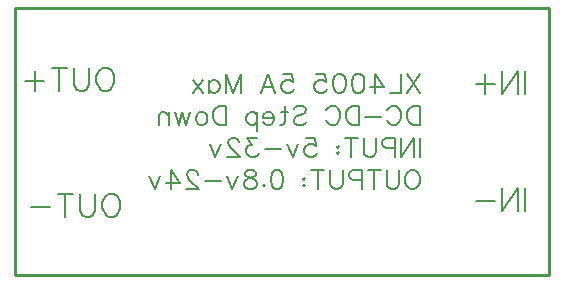
<source format=gbo>
G04 Layer: BottomSilkscreenLayer*
G04 EasyEDA v6.5.38, 2023-11-23 17:22:46*
G04 1afb102ce3c94d729b8c5533a6be374a,15c74d7bfa284007874df21313af148a,10*
G04 Gerber Generator version 0.2*
G04 Scale: 100 percent, Rotated: No, Reflected: No *
G04 Dimensions in millimeters *
G04 leading zeros omitted , absolute positions ,4 integer and 5 decimal *
%FSLAX45Y45*%
%MOMM*%

%ADD10C,0.2032*%
%ADD11C,0.2540*%

%LPD*%
D10*
X3468400Y1771500D02*
G01*
X3360196Y1609194D01*
X3360196Y1771500D02*
G01*
X3468400Y1609194D01*
X3309142Y1771500D02*
G01*
X3309142Y1609194D01*
X3309142Y1609194D02*
G01*
X3216432Y1609194D01*
X3088162Y1771500D02*
G01*
X3165378Y1663296D01*
X3049554Y1663296D01*
X3088162Y1771500D02*
G01*
X3088162Y1609194D01*
X2952272Y1771500D02*
G01*
X2975386Y1763880D01*
X2990880Y1740512D01*
X2998500Y1701904D01*
X2998500Y1678790D01*
X2990880Y1640182D01*
X2975386Y1617068D01*
X2952272Y1609194D01*
X2936778Y1609194D01*
X2913664Y1617068D01*
X2898170Y1640182D01*
X2890296Y1678790D01*
X2890296Y1701904D01*
X2898170Y1740512D01*
X2913664Y1763880D01*
X2936778Y1771500D01*
X2952272Y1771500D01*
X2793014Y1771500D02*
G01*
X2816128Y1763880D01*
X2831622Y1740512D01*
X2839496Y1701904D01*
X2839496Y1678790D01*
X2831622Y1640182D01*
X2816128Y1617068D01*
X2793014Y1609194D01*
X2777520Y1609194D01*
X2754406Y1617068D01*
X2738912Y1640182D01*
X2731292Y1678790D01*
X2731292Y1701904D01*
X2738912Y1740512D01*
X2754406Y1763880D01*
X2777520Y1771500D01*
X2793014Y1771500D01*
X2587528Y1771500D02*
G01*
X2664744Y1771500D01*
X2672618Y1701904D01*
X2664744Y1709778D01*
X2641630Y1717398D01*
X2618516Y1717398D01*
X2595148Y1709778D01*
X2579654Y1694284D01*
X2572034Y1671170D01*
X2572034Y1655676D01*
X2579654Y1632308D01*
X2595148Y1617068D01*
X2618516Y1609194D01*
X2641630Y1609194D01*
X2664744Y1617068D01*
X2672618Y1624688D01*
X2680238Y1640182D01*
X2309398Y1771500D02*
G01*
X2386614Y1771500D01*
X2394234Y1701904D01*
X2386614Y1709778D01*
X2363500Y1717398D01*
X2340132Y1717398D01*
X2317018Y1709778D01*
X2301524Y1694284D01*
X2293904Y1671170D01*
X2293904Y1655676D01*
X2301524Y1632308D01*
X2317018Y1617068D01*
X2340132Y1609194D01*
X2363500Y1609194D01*
X2386614Y1617068D01*
X2394234Y1624688D01*
X2402108Y1640182D01*
X2181128Y1771500D02*
G01*
X2242850Y1609194D01*
X2181128Y1771500D02*
G01*
X2119152Y1609194D01*
X2219736Y1663296D02*
G01*
X2142520Y1663296D01*
X1949226Y1771500D02*
G01*
X1949226Y1609194D01*
X1949226Y1771500D02*
G01*
X1887504Y1609194D01*
X1825528Y1771500D02*
G01*
X1887504Y1609194D01*
X1825528Y1771500D02*
G01*
X1825528Y1609194D01*
X1681764Y1717398D02*
G01*
X1681764Y1609194D01*
X1681764Y1694284D02*
G01*
X1697258Y1709778D01*
X1712752Y1717398D01*
X1735866Y1717398D01*
X1751360Y1709778D01*
X1766854Y1694284D01*
X1774474Y1671170D01*
X1774474Y1655676D01*
X1766854Y1632308D01*
X1751360Y1617068D01*
X1735866Y1609194D01*
X1712752Y1609194D01*
X1697258Y1617068D01*
X1681764Y1632308D01*
X1630964Y1717398D02*
G01*
X1545874Y1609194D01*
X1545874Y1717398D02*
G01*
X1630964Y1609194D01*
X3468400Y1499974D02*
G01*
X3468400Y1337668D01*
X3468400Y1499974D02*
G01*
X3414298Y1499974D01*
X3391184Y1492100D01*
X3375690Y1476860D01*
X3368070Y1461366D01*
X3360196Y1437998D01*
X3360196Y1399390D01*
X3368070Y1376276D01*
X3375690Y1360782D01*
X3391184Y1345288D01*
X3414298Y1337668D01*
X3468400Y1337668D01*
X3193318Y1461366D02*
G01*
X3200938Y1476860D01*
X3216432Y1492100D01*
X3231926Y1499974D01*
X3262914Y1499974D01*
X3278408Y1492100D01*
X3293648Y1476860D01*
X3301522Y1461366D01*
X3309142Y1437998D01*
X3309142Y1399390D01*
X3301522Y1376276D01*
X3293648Y1360782D01*
X3278408Y1345288D01*
X3262914Y1337668D01*
X3231926Y1337668D01*
X3216432Y1345288D01*
X3200938Y1360782D01*
X3193318Y1376276D01*
X3142264Y1407264D02*
G01*
X3003326Y1407264D01*
X2952272Y1499974D02*
G01*
X2952272Y1337668D01*
X2952272Y1499974D02*
G01*
X2898170Y1499974D01*
X2875056Y1492100D01*
X2859562Y1476860D01*
X2851688Y1461366D01*
X2844068Y1437998D01*
X2844068Y1399390D01*
X2851688Y1376276D01*
X2859562Y1360782D01*
X2875056Y1345288D01*
X2898170Y1337668D01*
X2952272Y1337668D01*
X2677190Y1461366D02*
G01*
X2684810Y1476860D01*
X2700304Y1492100D01*
X2715798Y1499974D01*
X2746786Y1499974D01*
X2762026Y1492100D01*
X2777520Y1476860D01*
X2785394Y1461366D01*
X2793014Y1437998D01*
X2793014Y1399390D01*
X2785394Y1376276D01*
X2777520Y1360782D01*
X2762026Y1345288D01*
X2746786Y1337668D01*
X2715798Y1337668D01*
X2700304Y1345288D01*
X2684810Y1360782D01*
X2677190Y1376276D01*
X2399060Y1476860D02*
G01*
X2414300Y1492100D01*
X2437668Y1499974D01*
X2468402Y1499974D01*
X2491770Y1492100D01*
X2507010Y1476860D01*
X2507010Y1461366D01*
X2499390Y1445872D01*
X2491770Y1437998D01*
X2476276Y1430378D01*
X2429794Y1414884D01*
X2414300Y1407264D01*
X2406680Y1399390D01*
X2399060Y1383896D01*
X2399060Y1360782D01*
X2414300Y1345288D01*
X2437668Y1337668D01*
X2468402Y1337668D01*
X2491770Y1345288D01*
X2507010Y1360782D01*
X2324892Y1499974D02*
G01*
X2324892Y1368656D01*
X2317018Y1345288D01*
X2301524Y1337668D01*
X2286030Y1337668D01*
X2348006Y1445872D02*
G01*
X2293904Y1445872D01*
X2235230Y1399390D02*
G01*
X2142520Y1399390D01*
X2142520Y1414884D01*
X2150140Y1430378D01*
X2157760Y1437998D01*
X2173254Y1445872D01*
X2196368Y1445872D01*
X2211862Y1437998D01*
X2227356Y1422758D01*
X2235230Y1399390D01*
X2235230Y1383896D01*
X2227356Y1360782D01*
X2211862Y1345288D01*
X2196368Y1337668D01*
X2173254Y1337668D01*
X2157760Y1345288D01*
X2142520Y1360782D01*
X2091466Y1445872D02*
G01*
X2091466Y1283566D01*
X2091466Y1422758D02*
G01*
X2075972Y1437998D01*
X2060478Y1445872D01*
X2037364Y1445872D01*
X2021870Y1437998D01*
X2006376Y1422758D01*
X1998756Y1399390D01*
X1998756Y1383896D01*
X2006376Y1360782D01*
X2021870Y1345288D01*
X2037364Y1337668D01*
X2060478Y1337668D01*
X2075972Y1345288D01*
X2091466Y1360782D01*
X1828576Y1499974D02*
G01*
X1828576Y1337668D01*
X1828576Y1499974D02*
G01*
X1774474Y1499974D01*
X1751360Y1492100D01*
X1735866Y1476860D01*
X1728246Y1461366D01*
X1720372Y1437998D01*
X1720372Y1399390D01*
X1728246Y1376276D01*
X1735866Y1360782D01*
X1751360Y1345288D01*
X1774474Y1337668D01*
X1828576Y1337668D01*
X1630964Y1445872D02*
G01*
X1646204Y1437998D01*
X1661698Y1422758D01*
X1669572Y1399390D01*
X1669572Y1383896D01*
X1661698Y1360782D01*
X1646204Y1345288D01*
X1630964Y1337668D01*
X1607596Y1337668D01*
X1592102Y1345288D01*
X1576862Y1360782D01*
X1568988Y1383896D01*
X1568988Y1399390D01*
X1576862Y1422758D01*
X1592102Y1437998D01*
X1607596Y1445872D01*
X1630964Y1445872D01*
X1517934Y1445872D02*
G01*
X1487200Y1337668D01*
X1456212Y1445872D02*
G01*
X1487200Y1337668D01*
X1456212Y1445872D02*
G01*
X1425224Y1337668D01*
X1394490Y1445872D02*
G01*
X1425224Y1337668D01*
X1343436Y1445872D02*
G01*
X1343436Y1337668D01*
X1343436Y1414884D02*
G01*
X1320322Y1437998D01*
X1304828Y1445872D01*
X1281460Y1445872D01*
X1266220Y1437998D01*
X1258346Y1414884D01*
X1258346Y1337668D01*
X3468400Y1228194D02*
G01*
X3468400Y1066142D01*
X3417346Y1228194D02*
G01*
X3417346Y1066142D01*
X3417346Y1228194D02*
G01*
X3309142Y1066142D01*
X3309142Y1228194D02*
G01*
X3309142Y1066142D01*
X3258342Y1228194D02*
G01*
X3258342Y1066142D01*
X3258342Y1228194D02*
G01*
X3188746Y1228194D01*
X3165378Y1220574D01*
X3157758Y1212954D01*
X3150138Y1197460D01*
X3150138Y1174346D01*
X3157758Y1158852D01*
X3165378Y1150978D01*
X3188746Y1143358D01*
X3258342Y1143358D01*
X3099084Y1228194D02*
G01*
X3099084Y1112370D01*
X3091210Y1089256D01*
X3075970Y1073762D01*
X3052602Y1066142D01*
X3037108Y1066142D01*
X3013994Y1073762D01*
X2998500Y1089256D01*
X2990880Y1112370D01*
X2990880Y1228194D01*
X2885724Y1228194D02*
G01*
X2885724Y1066142D01*
X2939826Y1228194D02*
G01*
X2831622Y1228194D01*
X2772948Y1158852D02*
G01*
X2780568Y1150978D01*
X2772948Y1143358D01*
X2765328Y1150978D01*
X2772948Y1158852D01*
X2772948Y1104750D02*
G01*
X2780568Y1096876D01*
X2772948Y1089256D01*
X2765328Y1096876D01*
X2772948Y1104750D01*
X2502438Y1228194D02*
G01*
X2579654Y1228194D01*
X2587528Y1158852D01*
X2579654Y1166472D01*
X2556540Y1174346D01*
X2533426Y1174346D01*
X2510312Y1166472D01*
X2494818Y1150978D01*
X2486944Y1127864D01*
X2486944Y1112370D01*
X2494818Y1089256D01*
X2510312Y1073762D01*
X2533426Y1066142D01*
X2556540Y1066142D01*
X2579654Y1073762D01*
X2587528Y1081382D01*
X2595148Y1096876D01*
X2436144Y1174346D02*
G01*
X2389662Y1066142D01*
X2343434Y1174346D02*
G01*
X2389662Y1066142D01*
X2292380Y1135484D02*
G01*
X2153188Y1135484D01*
X2086640Y1228194D02*
G01*
X2001804Y1228194D01*
X2048032Y1166472D01*
X2024918Y1166472D01*
X2009424Y1158852D01*
X2001804Y1150978D01*
X1993930Y1127864D01*
X1993930Y1112370D01*
X2001804Y1089256D01*
X2017298Y1073762D01*
X2040412Y1066142D01*
X2063526Y1066142D01*
X2086640Y1073762D01*
X2094514Y1081382D01*
X2102134Y1096876D01*
X1935256Y1189586D02*
G01*
X1935256Y1197460D01*
X1927636Y1212954D01*
X1919762Y1220574D01*
X1904522Y1228194D01*
X1873534Y1228194D01*
X1858040Y1220574D01*
X1850420Y1212954D01*
X1842546Y1197460D01*
X1842546Y1181966D01*
X1850420Y1166472D01*
X1865660Y1143358D01*
X1943130Y1066142D01*
X1834926Y1066142D01*
X1783872Y1174346D02*
G01*
X1737390Y1066142D01*
X1691162Y1174346D02*
G01*
X1737390Y1066142D01*
X3421918Y956668D02*
G01*
X3437412Y949048D01*
X3452906Y933554D01*
X3460780Y918060D01*
X3468400Y894946D01*
X3468400Y856338D01*
X3460780Y832970D01*
X3452906Y817730D01*
X3437412Y802236D01*
X3421918Y794362D01*
X3391184Y794362D01*
X3375690Y802236D01*
X3360196Y817730D01*
X3352576Y832970D01*
X3344702Y856338D01*
X3344702Y894946D01*
X3352576Y918060D01*
X3360196Y933554D01*
X3375690Y949048D01*
X3391184Y956668D01*
X3421918Y956668D01*
X3293648Y956668D02*
G01*
X3293648Y840844D01*
X3286028Y817730D01*
X3270534Y802236D01*
X3247420Y794362D01*
X3231926Y794362D01*
X3208812Y802236D01*
X3193318Y817730D01*
X3185698Y840844D01*
X3185698Y956668D01*
X3080542Y956668D02*
G01*
X3080542Y794362D01*
X3134644Y956668D02*
G01*
X3026440Y956668D01*
X2975386Y956668D02*
G01*
X2975386Y794362D01*
X2975386Y956668D02*
G01*
X2905790Y956668D01*
X2882676Y949048D01*
X2875056Y941174D01*
X2867182Y925934D01*
X2867182Y902566D01*
X2875056Y887072D01*
X2882676Y879452D01*
X2905790Y871832D01*
X2975386Y871832D01*
X2816128Y956668D02*
G01*
X2816128Y840844D01*
X2808508Y817730D01*
X2793014Y802236D01*
X2769900Y794362D01*
X2754406Y794362D01*
X2731292Y802236D01*
X2715798Y817730D01*
X2707924Y840844D01*
X2707924Y956668D01*
X2603022Y956668D02*
G01*
X2603022Y794362D01*
X2657124Y956668D02*
G01*
X2548920Y956668D01*
X2490246Y887072D02*
G01*
X2497866Y879452D01*
X2490246Y871832D01*
X2482372Y879452D01*
X2490246Y887072D01*
X2490246Y832970D02*
G01*
X2497866Y825350D01*
X2490246Y817730D01*
X2482372Y825350D01*
X2490246Y832970D01*
X2265964Y956668D02*
G01*
X2289332Y949048D01*
X2304572Y925934D01*
X2312446Y887072D01*
X2312446Y863958D01*
X2304572Y825350D01*
X2289332Y802236D01*
X2265964Y794362D01*
X2250470Y794362D01*
X2227356Y802236D01*
X2211862Y825350D01*
X2204242Y863958D01*
X2204242Y887072D01*
X2211862Y925934D01*
X2227356Y949048D01*
X2250470Y956668D01*
X2265964Y956668D01*
X2145568Y832970D02*
G01*
X2153188Y825350D01*
X2145568Y817730D01*
X2137694Y825350D01*
X2145568Y832970D01*
X2048032Y956668D02*
G01*
X2071400Y949048D01*
X2079020Y933554D01*
X2079020Y918060D01*
X2071400Y902566D01*
X2055906Y894946D01*
X2024918Y887072D01*
X2001804Y879452D01*
X1986310Y863958D01*
X1978690Y848464D01*
X1978690Y825350D01*
X1986310Y809856D01*
X1993930Y802236D01*
X2017298Y794362D01*
X2048032Y794362D01*
X2071400Y802236D01*
X2079020Y809856D01*
X2086640Y825350D01*
X2086640Y848464D01*
X2079020Y863958D01*
X2063526Y879452D01*
X2040412Y887072D01*
X2009424Y894946D01*
X1993930Y902566D01*
X1986310Y918060D01*
X1986310Y933554D01*
X1993930Y949048D01*
X2017298Y956668D01*
X2048032Y956668D01*
X1927636Y902566D02*
G01*
X1881154Y794362D01*
X1834926Y902566D02*
G01*
X1881154Y794362D01*
X1783872Y863958D02*
G01*
X1644680Y863958D01*
X1586006Y918060D02*
G01*
X1586006Y925934D01*
X1578386Y941174D01*
X1570512Y949048D01*
X1555018Y956668D01*
X1524284Y956668D01*
X1508790Y949048D01*
X1500916Y941174D01*
X1493296Y925934D01*
X1493296Y910440D01*
X1500916Y894946D01*
X1516410Y871832D01*
X1593880Y794362D01*
X1485676Y794362D01*
X1357406Y956668D02*
G01*
X1434622Y848464D01*
X1318798Y848464D01*
X1357406Y956668D02*
G01*
X1357406Y794362D01*
X1267744Y902566D02*
G01*
X1221262Y794362D01*
X1175034Y902566D02*
G01*
X1221262Y794362D01*
X822228Y1822297D02*
G01*
X840770Y1813153D01*
X859058Y1794611D01*
X868456Y1776323D01*
X877600Y1748383D01*
X877600Y1702409D01*
X868456Y1674723D01*
X859058Y1656181D01*
X840770Y1637639D01*
X822228Y1628495D01*
X785144Y1628495D01*
X766856Y1637639D01*
X748314Y1656181D01*
X739170Y1674723D01*
X729772Y1702409D01*
X729772Y1748383D01*
X739170Y1776323D01*
X748314Y1794611D01*
X766856Y1813153D01*
X785144Y1822297D01*
X822228Y1822297D01*
X668812Y1822297D02*
G01*
X668812Y1683867D01*
X659668Y1656181D01*
X641126Y1637639D01*
X613440Y1628495D01*
X594898Y1628495D01*
X567212Y1637639D01*
X548670Y1656181D01*
X539526Y1683867D01*
X539526Y1822297D01*
X414050Y1822297D02*
G01*
X414050Y1628495D01*
X478566Y1822297D02*
G01*
X349280Y1822297D01*
X205262Y1794611D02*
G01*
X205262Y1628495D01*
X288320Y1711553D02*
G01*
X121950Y1711553D01*
X873028Y755497D02*
G01*
X891570Y746353D01*
X909858Y727811D01*
X919256Y709523D01*
X928400Y681583D01*
X928400Y635609D01*
X919256Y607923D01*
X909858Y589381D01*
X891570Y570839D01*
X873028Y561695D01*
X835944Y561695D01*
X817656Y570839D01*
X799114Y589381D01*
X789970Y607923D01*
X780572Y635609D01*
X780572Y681583D01*
X789970Y709523D01*
X799114Y727811D01*
X817656Y746353D01*
X835944Y755497D01*
X873028Y755497D01*
X719612Y755497D02*
G01*
X719612Y617067D01*
X710468Y589381D01*
X691926Y570839D01*
X664240Y561695D01*
X645698Y561695D01*
X618012Y570839D01*
X599470Y589381D01*
X590326Y617067D01*
X590326Y755497D01*
X464850Y755497D02*
G01*
X464850Y561695D01*
X529366Y755497D02*
G01*
X400080Y755497D01*
X339120Y644753D02*
G01*
X172750Y644753D01*
X4357400Y806297D02*
G01*
X4357400Y612495D01*
X4296440Y806297D02*
G01*
X4296440Y612495D01*
X4296440Y806297D02*
G01*
X4167154Y612495D01*
X4167154Y806297D02*
G01*
X4167154Y612495D01*
X4106194Y695553D02*
G01*
X3939824Y695553D01*
X4357400Y1796897D02*
G01*
X4357400Y1603095D01*
X4296440Y1796897D02*
G01*
X4296440Y1603095D01*
X4296440Y1796897D02*
G01*
X4167154Y1603095D01*
X4167154Y1796897D02*
G01*
X4167154Y1603095D01*
X4023136Y1769211D02*
G01*
X4023136Y1603095D01*
X4106194Y1686153D02*
G01*
X3939824Y1686153D01*
D11*
X4560600Y2330300D02*
G01*
X39400Y2330300D01*
X4560600Y2330300D02*
G01*
X4560600Y69700D01*
X39400Y69700D01*
X39400Y2330300D01*
M02*

</source>
